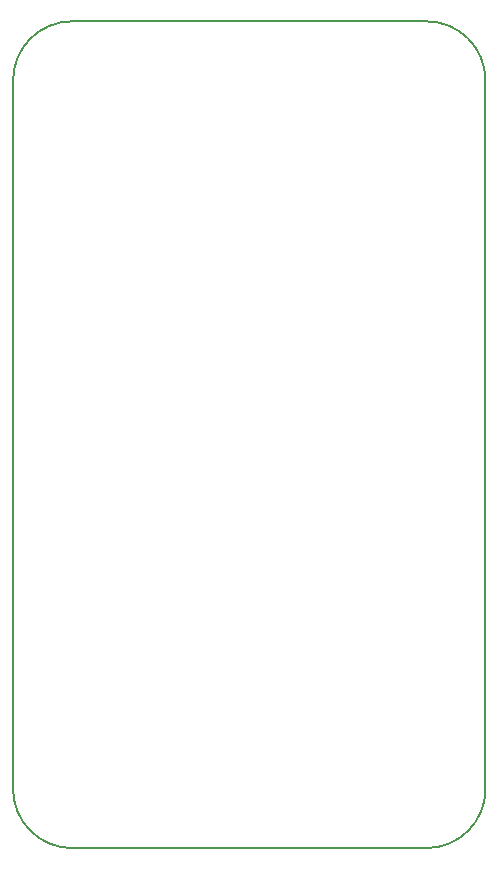
<source format=gko>
G04 Layer: BoardOutlineLayer*
G04 EasyEDA Pro v2.2.27.1, 2024-09-15 10:59:50*
G04 Gerber Generator version 0.3*
G04 Scale: 100 percent, Rotated: No, Reflected: No*
G04 Dimensions in millimeters*
G04 Leading zeros omitted, absolute positions, 3 integers and 5 decimals*
%TF.GenerationSoftware,KiCad,Pcbnew,8.0.6*%
%TF.CreationDate,2024-11-06T22:38:32+08:00*%
%TF.ProjectId,lichuang-gekuo-star-stm32f103c8t6-development-board,6c696368-7561-46e6-972d-67656b756f2d,rev?*%
%TF.SameCoordinates,Original*%
%TF.FileFunction,Profile,NP*%
%FSLAX46Y46*%
G04 Gerber Fmt 4.6, Leading zero omitted, Abs format (unit mm)*
G04 Created by KiCad (PCBNEW 8.0.6) date 2024-11-06 22:38:32*
%MOMM*%
%LPD*%
G01*
G04 APERTURE LIST*
%TA.AperFunction,Profile*%
%ADD10C,0.200000*%
%TD*%
G04 APERTURE END LIST*
D10*
X118000000Y-133000000D02*
G75*
G02*
X113000000Y-138000000I-5000000J0D01*
G01*
X83000000Y-68000000D02*
X113000000Y-68000000D01*
X113000000Y-138000000D02*
X83000000Y-138000000D01*
X113000000Y-68000000D02*
G75*
G02*
X118000000Y-73000000I0J-5000000D01*
G01*
X83000000Y-138000000D02*
G75*
G02*
X78000000Y-133000000I0J5000000D01*
G01*
X78000000Y-73000000D02*
G75*
G02*
X83000000Y-68000000I5000000J0D01*
G01*
X118000000Y-73000000D02*
X118000000Y-133000000D01*
X78000000Y-133000000D02*
X78000000Y-73000000D01*
M02*

</source>
